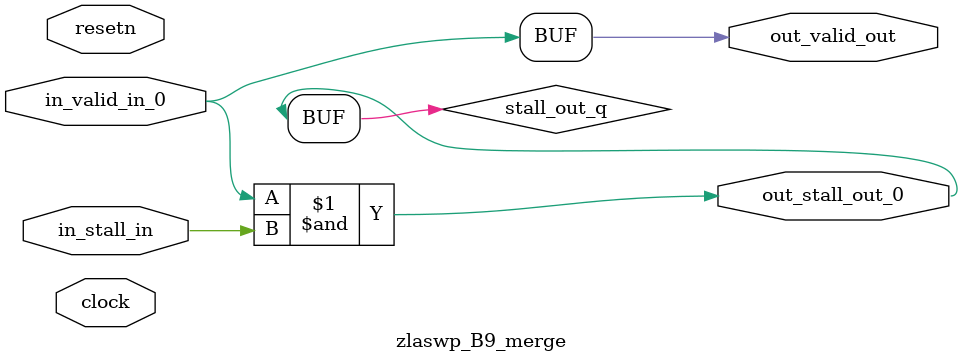
<source format=sv>



(* altera_attribute = "-name AUTO_SHIFT_REGISTER_RECOGNITION OFF; -name MESSAGE_DISABLE 10036; -name MESSAGE_DISABLE 10037; -name MESSAGE_DISABLE 14130; -name MESSAGE_DISABLE 14320; -name MESSAGE_DISABLE 15400; -name MESSAGE_DISABLE 14130; -name MESSAGE_DISABLE 10036; -name MESSAGE_DISABLE 12020; -name MESSAGE_DISABLE 12030; -name MESSAGE_DISABLE 12010; -name MESSAGE_DISABLE 12110; -name MESSAGE_DISABLE 14320; -name MESSAGE_DISABLE 13410; -name MESSAGE_DISABLE 113007; -name MESSAGE_DISABLE 10958" *)
module zlaswp_B9_merge (
    input wire [0:0] in_stall_in,
    input wire [0:0] in_valid_in_0,
    output wire [0:0] out_stall_out_0,
    output wire [0:0] out_valid_out,
    input wire clock,
    input wire resetn
    );

    wire [0:0] stall_out_q;


    // stall_out(LOGICAL,6)
    assign stall_out_q = in_valid_in_0 & in_stall_in;

    // out_stall_out_0(GPOUT,4)
    assign out_stall_out_0 = stall_out_q;

    // out_valid_out(GPOUT,5)
    assign out_valid_out = in_valid_in_0;

endmodule

</source>
